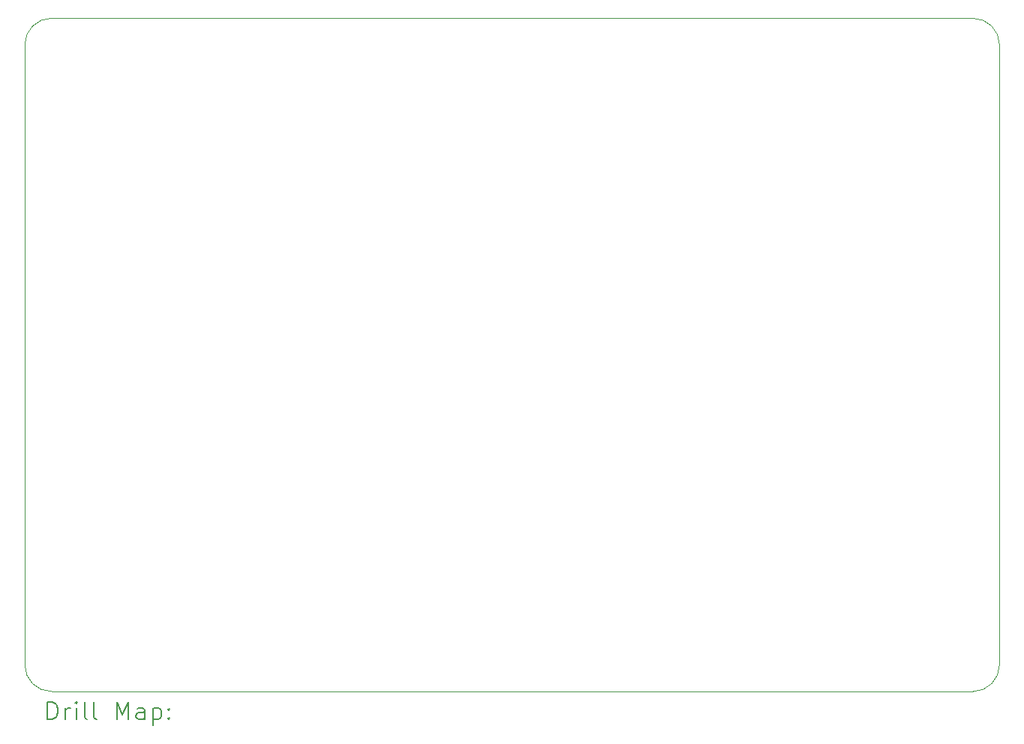
<source format=gbr>
%TF.GenerationSoftware,KiCad,Pcbnew,7.0.6*%
%TF.CreationDate,2023-10-03T18:06:36-04:00*%
%TF.ProjectId,pcb,7063622e-6b69-4636-9164-5f7063625858,1.0*%
%TF.SameCoordinates,Original*%
%TF.FileFunction,Drillmap*%
%TF.FilePolarity,Positive*%
%FSLAX45Y45*%
G04 Gerber Fmt 4.5, Leading zero omitted, Abs format (unit mm)*
G04 Created by KiCad (PCBNEW 7.0.6) date 2023-10-03 18:06:36*
%MOMM*%
%LPD*%
G01*
G04 APERTURE LIST*
%ADD10C,0.100000*%
%ADD11C,0.200000*%
G04 APERTURE END LIST*
D10*
X17050000Y-13950000D02*
X6650000Y-13950000D01*
X6350000Y-13650000D02*
G75*
G03*
X6650000Y-13950000I300000J0D01*
G01*
X17350000Y-6650000D02*
G75*
G03*
X17050000Y-6350000I-300000J0D01*
G01*
X6350000Y-13650000D02*
X6350000Y-6650000D01*
X17050000Y-13950000D02*
G75*
G03*
X17350000Y-13650000I0J300000D01*
G01*
X6650000Y-6350000D02*
G75*
G03*
X6350000Y-6650000I0J-300000D01*
G01*
X17350000Y-6650000D02*
X17350000Y-13650000D01*
X6650000Y-6350000D02*
X17050000Y-6350000D01*
D11*
X6605777Y-14266484D02*
X6605777Y-14066484D01*
X6605777Y-14066484D02*
X6653396Y-14066484D01*
X6653396Y-14066484D02*
X6681967Y-14076008D01*
X6681967Y-14076008D02*
X6701015Y-14095055D01*
X6701015Y-14095055D02*
X6710539Y-14114103D01*
X6710539Y-14114103D02*
X6720062Y-14152198D01*
X6720062Y-14152198D02*
X6720062Y-14180769D01*
X6720062Y-14180769D02*
X6710539Y-14218865D01*
X6710539Y-14218865D02*
X6701015Y-14237912D01*
X6701015Y-14237912D02*
X6681967Y-14256960D01*
X6681967Y-14256960D02*
X6653396Y-14266484D01*
X6653396Y-14266484D02*
X6605777Y-14266484D01*
X6805777Y-14266484D02*
X6805777Y-14133150D01*
X6805777Y-14171246D02*
X6815301Y-14152198D01*
X6815301Y-14152198D02*
X6824824Y-14142674D01*
X6824824Y-14142674D02*
X6843872Y-14133150D01*
X6843872Y-14133150D02*
X6862920Y-14133150D01*
X6929586Y-14266484D02*
X6929586Y-14133150D01*
X6929586Y-14066484D02*
X6920062Y-14076008D01*
X6920062Y-14076008D02*
X6929586Y-14085531D01*
X6929586Y-14085531D02*
X6939110Y-14076008D01*
X6939110Y-14076008D02*
X6929586Y-14066484D01*
X6929586Y-14066484D02*
X6929586Y-14085531D01*
X7053396Y-14266484D02*
X7034348Y-14256960D01*
X7034348Y-14256960D02*
X7024824Y-14237912D01*
X7024824Y-14237912D02*
X7024824Y-14066484D01*
X7158158Y-14266484D02*
X7139110Y-14256960D01*
X7139110Y-14256960D02*
X7129586Y-14237912D01*
X7129586Y-14237912D02*
X7129586Y-14066484D01*
X7386729Y-14266484D02*
X7386729Y-14066484D01*
X7386729Y-14066484D02*
X7453396Y-14209341D01*
X7453396Y-14209341D02*
X7520062Y-14066484D01*
X7520062Y-14066484D02*
X7520062Y-14266484D01*
X7701015Y-14266484D02*
X7701015Y-14161722D01*
X7701015Y-14161722D02*
X7691491Y-14142674D01*
X7691491Y-14142674D02*
X7672443Y-14133150D01*
X7672443Y-14133150D02*
X7634348Y-14133150D01*
X7634348Y-14133150D02*
X7615301Y-14142674D01*
X7701015Y-14256960D02*
X7681967Y-14266484D01*
X7681967Y-14266484D02*
X7634348Y-14266484D01*
X7634348Y-14266484D02*
X7615301Y-14256960D01*
X7615301Y-14256960D02*
X7605777Y-14237912D01*
X7605777Y-14237912D02*
X7605777Y-14218865D01*
X7605777Y-14218865D02*
X7615301Y-14199817D01*
X7615301Y-14199817D02*
X7634348Y-14190293D01*
X7634348Y-14190293D02*
X7681967Y-14190293D01*
X7681967Y-14190293D02*
X7701015Y-14180769D01*
X7796253Y-14133150D02*
X7796253Y-14333150D01*
X7796253Y-14142674D02*
X7815301Y-14133150D01*
X7815301Y-14133150D02*
X7853396Y-14133150D01*
X7853396Y-14133150D02*
X7872443Y-14142674D01*
X7872443Y-14142674D02*
X7881967Y-14152198D01*
X7881967Y-14152198D02*
X7891491Y-14171246D01*
X7891491Y-14171246D02*
X7891491Y-14228388D01*
X7891491Y-14228388D02*
X7881967Y-14247436D01*
X7881967Y-14247436D02*
X7872443Y-14256960D01*
X7872443Y-14256960D02*
X7853396Y-14266484D01*
X7853396Y-14266484D02*
X7815301Y-14266484D01*
X7815301Y-14266484D02*
X7796253Y-14256960D01*
X7977205Y-14247436D02*
X7986729Y-14256960D01*
X7986729Y-14256960D02*
X7977205Y-14266484D01*
X7977205Y-14266484D02*
X7967682Y-14256960D01*
X7967682Y-14256960D02*
X7977205Y-14247436D01*
X7977205Y-14247436D02*
X7977205Y-14266484D01*
X7977205Y-14142674D02*
X7986729Y-14152198D01*
X7986729Y-14152198D02*
X7977205Y-14161722D01*
X7977205Y-14161722D02*
X7967682Y-14152198D01*
X7967682Y-14152198D02*
X7977205Y-14142674D01*
X7977205Y-14142674D02*
X7977205Y-14161722D01*
M02*

</source>
